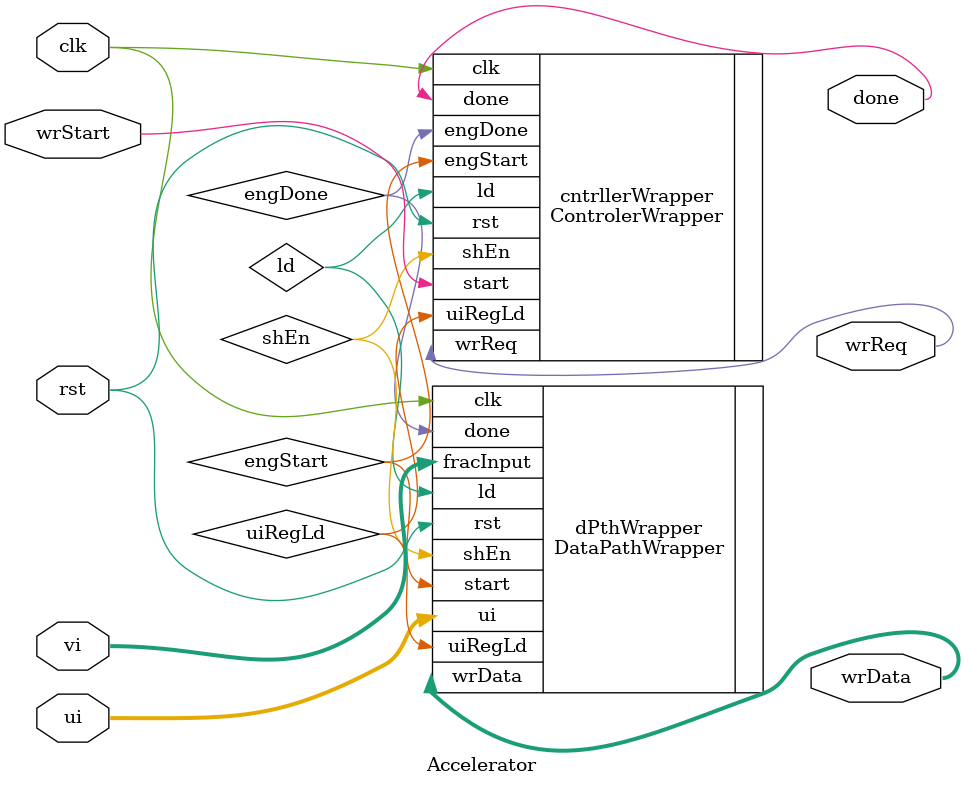
<source format=v>
`timescale 1ns/1ns

module Accelerator(clk, rst, wrStart, ui, vi,  done, wrData, wrReq);
    input clk, wrStart, rst;
    input [1:0] ui;
    input [4:0] vi;
    output done, wrReq;
    output [20:0] wrData;

  
    wire co, ld, engStart, uiRegLd, shEn, engDone;
    ControlerWrapper cntrllerWrapper(.clk(clk), .rst(rst), .start(wrStart), .engDone(engDone),
				 .done(done), .wrReq(wrReq), .shEn(shEn), .ld(ld), .engStart(engStart), .uiRegLd(uiRegLd));
    DataPathWrapper dPthWrapper (.clk(clk), .rst(rst), .ld(ld), .start(engStart), .uiRegLd(uiRegLd), .shEn(shEn),
					 .ui(ui), .fracInput(vi), .done(engDone), .wrData(wrData));
endmodule

</source>
